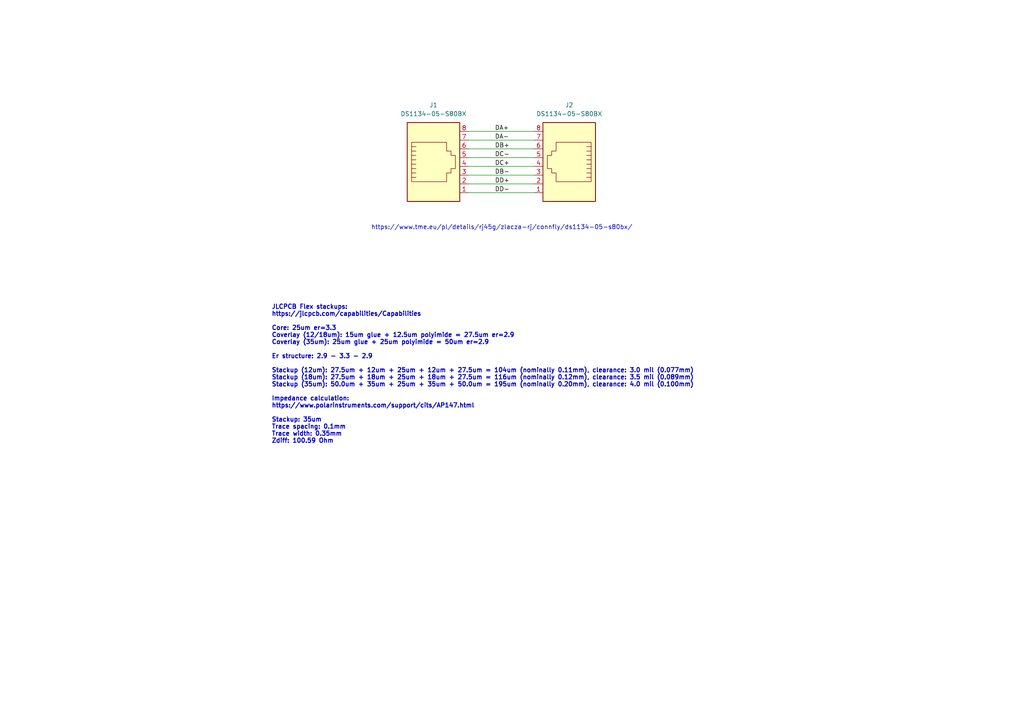
<source format=kicad_sch>
(kicad_sch (version 20231120) (generator "eeschema") (generator_version "8.0")
  (paper "A4")
  (lib_symbols
    (symbol "Connector:RJ45" (pin_names (offset 1.016))
      (property "Reference" "J" (at -5.08 13.97 0))
      (property "Value" "RJ45" (at 2.54 13.97 0))
      (symbol "RJ45_0_1"
        (polyline (pts (xy -5.08 4.445) (xy -6.35 4.445)))
        (polyline (pts (xy -5.08 5.715) (xy -6.35 5.715)))
        (polyline (pts (xy -6.35 -3.175) (xy -5.08 -3.175) (xy -5.08 -3.175)))
        (polyline (pts (xy -6.35 -1.905) (xy -5.08 -1.905) (xy -5.08 -1.905)))
        (polyline (pts (xy -6.35 -0.635) (xy -5.08 -0.635) (xy -5.08 -0.635)))
        (polyline (pts (xy -6.35 0.635) (xy -5.08 0.635) (xy -5.08 0.635)))
        (polyline (pts (xy -6.35 1.905) (xy -5.08 1.905) (xy -5.08 1.905)))
        (polyline (pts (xy -5.08 3.175) (xy -6.35 3.175) (xy -6.35 3.175)))
        (polyline (pts (xy -6.35 -4.445) (xy -6.35 6.985) (xy 3.81 6.985) (xy 3.81 4.445) (xy 5.08 4.445) (xy 5.08 3.175) (xy 6.35 3.175) (xy 6.35 -0.635) (xy 5.08 -0.635) (xy 5.08 -1.905) (xy 3.81 -1.905) (xy 3.81 -4.445) (xy -6.35 -4.445) (xy -6.35 -4.445)))
        (rectangle (start 7.62 12.7) (end -7.62 -10.16) (stroke (width 0.254)) (fill (type background)))
      )
      (symbol "RJ45_1_1"
        (pin passive line (at 10.16 -7.62 180) (length 2.54) (name "~") (number "1"))
        (pin passive line (at 10.16 -5.08 180) (length 2.54) (name "~") (number "2"))
        (pin passive line (at 10.16 -2.54 180) (length 2.54) (name "~") (number "3"))
        (pin passive line (at 10.16 0 180) (length 2.54) (name "~") (number "4"))
        (pin passive line (at 10.16 2.54 180) (length 2.54) (name "~") (number "5"))
        (pin passive line (at 10.16 5.08 180) (length 2.54) (name "~") (number "6"))
        (pin passive line (at 10.16 7.62 180) (length 2.54) (name "~") (number "7"))
        (pin passive line (at 10.16 10.16 180) (length 2.54) (name "~") (number "8"))
      )
    )
  )
  (wire (pts (xy 154.94 45.72) (xy 135.89 45.72)))
  (wire (pts (xy 154.94 50.8) (xy 135.89 50.8)))
  (wire (pts (xy 154.94 40.64) (xy 135.89 40.64)))
  (wire (pts (xy 154.94 53.34) (xy 135.89 53.34)))
  (wire (pts (xy 154.94 48.26) (xy 135.89 48.26)))
  (wire (pts (xy 154.94 38.1) (xy 135.89 38.1)))
  (wire (pts (xy 154.94 43.18) (xy 135.89 43.18)))
  (wire (pts (xy 154.94 55.88) (xy 135.89 55.88)))
  (text "JLCPCB Flex stackups:\nhttps://jlcpcb.com/capabilities/Capabilities\n\nCore: 25um er=3.3\nCoverlay (12/18um): 15um glue + 12.5um polyimide = 27.5um er=2.9\nCoverlay (35um): 25um glue + 25um polyimide = 50um er=2.9\n\nEr structure: 2.9 - 3.3 - 2.9\n\nStackup (12um): 27.5um + 12um + 25um + 12um + 27.5um = 104um (nominally 0.11mm), clearance: 3.0 mil (0.077mm)\nStackup (18um): 27.5um + 18um + 25um + 18um + 27.5um = 116um (nominally 0.12mm), clearance: 3.5 mil (0.089mm)\nStackup (35um): 50.0um + 35um + 25um + 35um + 50.0um = 195um (nominally 0.20mm), clearance: 4.0 mil (0.100mm)\n\nImpedance calculation:\nhttps://www.polarinstruments.com/support/cits/AP147.html\n\nStackup: 35um\nTrace spacing: 0.1mm\nTrace width: 0.35mm\nZdiff: 100.59 Ohm" (at 78.74 88.392 0) (effects (font (size 1.27 1.27) (thickness 0.254) (bold yes)) (justify left top)))
  (text "https://www.tme.eu/pl/details/rj45g/zlacza-rj/connfly/ds1134-05-s80bx/" (at 145.542 66.04 0) (effects (font (size 1.27 1.27))))
  (label "DC-" (at 143.51 45.72 0))
  (label "DC+" (at 143.51 48.26 0))
  (label "DB+" (at 143.51 43.18 0))
  (label "DD-" (at 143.51 55.88 0))
  (label "DA-" (at 143.51 40.64 0))
  (label "DA+" (at 143.51 38.1 0))
  (label "DD+" (at 143.51 53.34 0))
  (label "DB-" (at 143.51 50.8 0))
  (symbol (lib_id "Connector:RJ45") (at 165.1 48.26 0) (mirror y) (unit 1)
    (property "Reference" "J2" (at 165.1 30.48 0))
    (property "Value" "DS1134-05-S80BX" (at 165.1 33.02 0))
    (property "Footprint" "Connector_RJ:RJ45_OST_PJ012-8P8CX_Vertical" (effects (hide yes)))
    (property "Datasheet" "https://elsitek.ru/upload/iblock/b5b/DS1134-05%20S80BX.pdf" (effects (hide yes)))
    (property "Description" "RJ connector, 8P8C (8 positions 8 connected)" (effects (hide yes)))
    (property "tme#" "RJ45G" (effects (hide yes)))
  )
  (symbol (lib_id "Connector:RJ45") (at 125.73 48.26 0) (unit 1)
    (property "Reference" "J1" (at 125.73 30.48 0))
    (property "Value" "DS1134-05-S80BX" (at 125.73 33.02 0))
    (property "Footprint" "Connector_RJ:RJ45_OST_PJ012-8P8CX_Vertical" (effects (hide yes)))
    (property "Datasheet" "https://elsitek.ru/upload/iblock/b5b/DS1134-05%20S80BX.pdf" (effects (hide yes)))
    (property "Description" "RJ connector, 8P8C (8 positions 8 connected)" (effects (hide yes)))
    (property "tme#" "RJ45G" (effects (hide yes)))
  )
)
</source>
